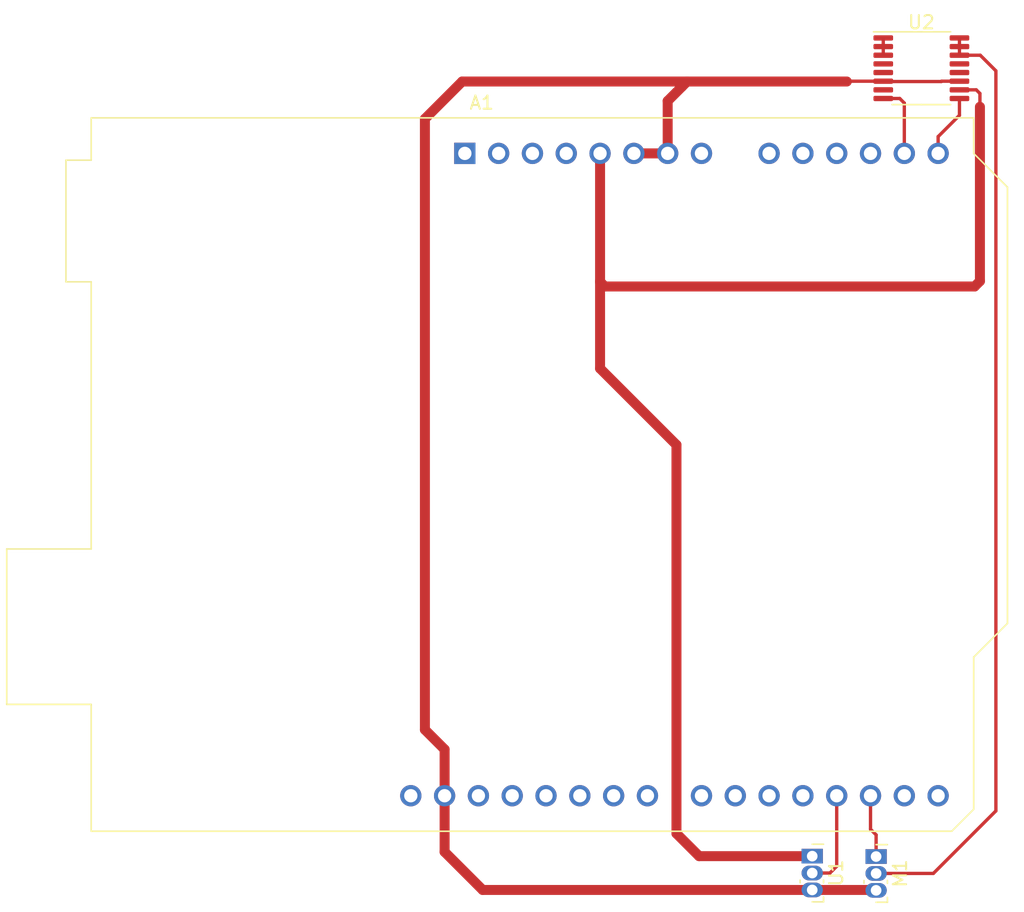
<source format=kicad_pcb>
(kicad_pcb (version 20211014) (generator pcbnew)
  (layers (0 "F.Cu" signal) (31 "B.Cu" signal) (34 "B.Paste" user) (35 "F.Paste" user) (36 "B.SilkS" user "B.Silkscreen") (37 "F.SilkS" user "F.Silkscreen") (38 "B.Mask" user) (39 "F.Mask" user) (44 "Edge.Cuts" user))
  (net 0 "")
  (net 5 "+5V")
  (net 6 "Earth")
  (net 12 "SDA")
  (net 13 "SCL")
  (net 16 "PWM")
  (net 17 "PULSE")
  (net 29 "Net-(M1-Pad2)")
  (net 30 "+7.5V")
  (footprint "Module:Arduino_UNO_R2" (layer "F.Cu") (at 62.8 42.1)
    (fp_text reference "A1" (at 1.27 -3.81) (layer "F.SilkS"))
    (fp_text value "Arduino_UNO_R2")
    (fp_line (start -34.42 29.72) (end -34.42 41.4) (layer "F.SilkS") (width 0.12))
    (fp_line (start -29.97 0.51) (end -29.97 9.65) (layer "F.SilkS") (width 0.12))
    (fp_line (start -34.42 41.4) (end -28.07 41.4) (layer "F.SilkS") (width 0.12))
    (fp_line (start 38.23 37.85) (end 40.77 35.31) (layer "F.SilkS") (width 0.12))
    (fp_line (start -29.97 9.65) (end -28.07 9.65) (layer "F.SilkS") (width 0.12))
    (fp_line (start -28.07 9.65) (end -28.07 29.72) (layer "F.SilkS") (width 0.12))
    (fp_line (start 38.23 0) (end 38.23 -2.67) (layer "F.SilkS") (width 0.12))
    (fp_line (start -28.07 50.93) (end 36.58 50.93) (layer "F.SilkS") (width 0.12))
    (fp_line (start 40.77 2.54) (end 38.23 0) (layer "F.SilkS") (width 0.12))
    (fp_line (start -28.07 41.4) (end -28.07 50.93) (layer "F.SilkS") (width 0.12))
    (fp_line (start -28.07 29.72) (end -34.42 29.72) (layer "F.SilkS") (width 0.12))
    (fp_line (start 40.77 35.31) (end 40.77 2.54) (layer "F.SilkS") (width 0.12))
    (fp_line (start -28.07 0.51) (end -29.97 0.51) (layer "F.SilkS") (width 0.12))
    (fp_line (start 38.23 -2.67) (end -28.07 -2.67) (layer "F.SilkS") (width 0.12))
    (fp_line (start 36.58 50.93) (end 38.23 49.28) (layer "F.SilkS") (width 0.12))
    (fp_line (start -28.07 -2.67) (end -28.07 0.51) (layer "F.SilkS") (width 0.12))
    (fp_line (start 38.23 49.28) (end 38.23 37.85) (layer "F.SilkS") (width 0.12))
    (pad "1" thru_hole rect (at 0 0 90) (size 1.6 1.6) (drill 1) (layers *.Cu *.Mask))
    (pad "2" thru_hole oval (at 2.54 0 90) (size 1.6 1.6) (drill 1) (layers *.Cu *.Mask))
    (pad "3" thru_hole oval (at 5.08 0 90) (size 1.6 1.6) (drill 1) (layers *.Cu *.Mask))
    (pad "4" thru_hole oval (at 7.62 0 90) (size 1.6 1.6) (drill 1) (layers *.Cu *.Mask))
    (pad "5" thru_hole oval (at 10.16 0 90) (size 1.6 1.6) (drill 1) (layers *.Cu *.Mask) (net 5 "+5V"))
    (pad "6" thru_hole oval (at 12.7 0 90) (size 1.6 1.6) (drill 1) (layers *.Cu *.Mask) (net 6 "Earth"))
    (pad "7" thru_hole oval (at 15.24 0 90) (size 1.6 1.6) (drill 1) (layers *.Cu *.Mask) (net 6 "Earth"))
    (pad "8" thru_hole oval (at 17.78 0 90) (size 1.6 1.6) (drill 1) (layers *.Cu *.Mask))
    (pad "9" thru_hole oval (at 22.86 0 90) (size 1.6 1.6) (drill 1) (layers *.Cu *.Mask))
    (pad "10" thru_hole oval (at 25.4 0 90) (size 1.6 1.6) (drill 1) (layers *.Cu *.Mask))
    (pad "11" thru_hole oval (at 27.94 0 90) (size 1.6 1.6) (drill 1) (layers *.Cu *.Mask))
    (pad "12" thru_hole oval (at 30.48 0 90) (size 1.6 1.6) (drill 1) (layers *.Cu *.Mask))
    (pad "13" thru_hole oval (at 33.02 0 90) (size 1.6 1.6) (drill 1) (layers *.Cu *.Mask) (net 12 "SDA"))
    (pad "14" thru_hole oval (at 35.56 0 90) (size 1.6 1.6) (drill 1) (layers *.Cu *.Mask) (net 13 "SCL"))
    (pad "15" thru_hole oval (at 35.56 48.26 90) (size 1.6 1.6) (drill 1) (layers *.Cu *.Mask))
    (pad "16" thru_hole oval (at 33.02 48.26 90) (size 1.6 1.6) (drill 1) (layers *.Cu *.Mask))
    (pad "17" thru_hole oval (at 30.48 48.26 90) (size 1.6 1.6) (drill 1) (layers *.Cu *.Mask) (net 16 "PWM"))
    (pad "18" thru_hole oval (at 27.94 48.26 90) (size 1.6 1.6) (drill 1) (layers *.Cu *.Mask) (net 17 "PULSE"))
    (pad "19" thru_hole oval (at 25.4 48.26 90) (size 1.6 1.6) (drill 1) (layers *.Cu *.Mask))
    (pad "20" thru_hole oval (at 22.86 48.26 90) (size 1.6 1.6) (drill 1) (layers *.Cu *.Mask))
    (pad "21" thru_hole oval (at 20.32 48.26 90) (size 1.6 1.6) (drill 1) (layers *.Cu *.Mask))
    (pad "22" thru_hole oval (at 17.78 48.26 90) (size 1.6 1.6) (drill 1) (layers *.Cu *.Mask))
    (pad "23" thru_hole oval (at 13.72 48.26 90) (size 1.6 1.6) (drill 1) (layers *.Cu *.Mask))
    (pad "24" thru_hole oval (at 11.18 48.26 90) (size 1.6 1.6) (drill 1) (layers *.Cu *.Mask))
    (pad "25" thru_hole oval (at 8.64 48.26 90) (size 1.6 1.6) (drill 1) (layers *.Cu *.Mask))
    (pad "26" thru_hole oval (at 6.1 48.26 90) (size 1.6 1.6) (drill 1) (layers *.Cu *.Mask))
    (pad "27" thru_hole oval (at 3.56 48.26 90) (size 1.6 1.6) (drill 1) (layers *.Cu *.Mask))
    (pad "28" thru_hole oval (at 1.02 48.26 90) (size 1.6 1.6) (drill 1) (layers *.Cu *.Mask))
    (pad "29" thru_hole oval (at -1.52 48.26 90) (size 1.6 1.6) (drill 1) (layers *.Cu *.Mask) (net 6 "Earth"))
    (pad "30" thru_hole oval (at -4.06 48.26 90) (size 1.6 1.6) (drill 1) (layers *.Cu *.Mask))
  )
  (footprint "Package_SO:TSSOP-16_4.4x5mm_P0.65mm" (layer "F.Cu") (at 97.1 35.7)
    (fp_text reference "U2" (at 0 -3.45) (layer "F.SilkS"))
    (fp_text value "INA260")
    (fp_line (start 0 2.735) (end -2.2 2.735) (layer "F.SilkS") (width 0.12))
    (fp_line (start 0 -2.735) (end 2.2 -2.735) (layer "F.SilkS") (width 0.12))
    (fp_line (start 0 -2.735) (end -3.6 -2.735) (layer "F.SilkS") (width 0.12))
    (fp_line (start 0 2.735) (end 2.2 2.735) (layer "F.SilkS") (width 0.12))
    (pad "1" smd roundrect (at -2.8625 -2.275) (size 1.475 0.4) (layers "F.Cu" "F.Paste" "F.Mask") (net 30 "+7.5V"))
    (pad "2" smd roundrect (at -2.8625 -1.625) (size 1.475 0.4) (layers "F.Cu" "F.Paste" "F.Mask") (net 30 "+7.5V"))
    (pad "3" smd roundrect (at -2.8625 -0.975) (size 1.475 0.4) (layers "F.Cu" "F.Paste" "F.Mask") (net 30 "+7.5V"))
    (pad "4" smd roundrect (at -2.8625 -0.325) (size 1.475 0.4) (layers "F.Cu" "F.Paste" "F.Mask"))
    (pad "5" smd roundrect (at -2.8625 0.325) (size 1.475 0.4) (layers "F.Cu" "F.Paste" "F.Mask"))
    (pad "6" smd roundrect (at -2.8625 0.975) (size 1.475 0.4) (layers "F.Cu" "F.Paste" "F.Mask") (net 6 "Earth"))
    (pad "7" smd roundrect (at -2.8625 1.625) (size 1.475 0.4) (layers "F.Cu" "F.Paste" "F.Mask"))
    (pad "8" smd roundrect (at -2.8625 2.275) (size 1.475 0.4) (layers "F.Cu" "F.Paste" "F.Mask") (net 12 "SDA"))
    (pad "9" smd roundrect (at 2.8625 2.275) (size 1.475 0.4) (layers "F.Cu" "F.Paste" "F.Mask") (net 13 "SCL"))
    (pad "10" smd roundrect (at 2.8625 1.625) (size 1.475 0.4) (layers "F.Cu" "F.Paste" "F.Mask") (net 5 "+5V"))
    (pad "11" smd roundrect (at 2.8625 0.975) (size 1.475 0.4) (layers "F.Cu" "F.Paste" "F.Mask") (net 6 "Earth"))
    (pad "12" smd roundrect (at 2.8625 0.325) (size 1.475 0.4) (layers "F.Cu" "F.Paste" "F.Mask"))
    (pad "13" smd roundrect (at 2.8625 -0.325) (size 1.475 0.4) (layers "F.Cu" "F.Paste" "F.Mask"))
    (pad "14" smd roundrect (at 2.8625 -0.975) (size 1.475 0.4) (layers "F.Cu" "F.Paste" "F.Mask") (net 29 "Net-(M1-Pad2)"))
    (pad "15" smd roundrect (at 2.8625 -1.625) (size 1.475 0.4) (layers "F.Cu" "F.Paste" "F.Mask") (net 29 "Net-(M1-Pad2)"))
    (pad "16" smd roundrect (at 2.8625 -2.275) (size 1.475 0.4) (layers "F.Cu" "F.Paste" "F.Mask") (net 29 "Net-(M1-Pad2)"))
  )
  (footprint "Sensor_Current:Allegro_SIP-3" (layer "F.Cu") (at 88.9 94.9 -90)
    (fp_text reference "U1" (at 1.27 -1.8 90) (layer "F.SilkS"))
    (fp_text value "Water_flow_sensor")
    (fp_line (start 2.01 0.91) (end 1.8 0.91) (layer "F.SilkS") (width 0.12))
    (fp_line (start -0.895 0) (end -0.895 -0.85) (layer "F.SilkS") (width 0.12))
    (fp_line (start 3.435 -0.85) (end 3.435 0) (layer "F.SilkS") (width 0.12))
    (fp_line (start 3.435 -0.85) (end 3.07 -0.85) (layer "F.SilkS") (width 0.12))
    (fp_line (start 2.01 -0.85) (end 1.8 -0.85) (layer "F.SilkS") (width 0.12))
    (pad "1" thru_hole rect (at 0 0 270) (size 1.1 1.6) (drill 0.8) (layers *.Cu *.Mask) (net 5 "+5V"))
    (pad "2" thru_hole oval (at 1.27 0 270) (size 1.1 1.6) (drill 0.8) (layers *.Cu *.Mask) (net 17 "PULSE"))
    (pad "3" thru_hole oval (at 2.54 0 270) (size 1.1 1.6) (drill 0.8) (layers *.Cu *.Mask) (net 6 "Earth"))
  )
  (footprint "Sensor_Current:Allegro_SIP-3" (layer "F.Cu") (at 93.7 94.93 -90)
    (fp_text reference "M1" (at 1.27 -1.8 90) (layer "F.SilkS"))
    (fp_text value "Motor_Servo")
    (fp_line (start 2.01 -0.85) (end 1.8 -0.85) (layer "F.SilkS") (width 0.12))
    (fp_line (start 3.435 -0.85) (end 3.435 0) (layer "F.SilkS") (width 0.12))
    (fp_line (start 3.435 -0.85) (end 3.07 -0.85) (layer "F.SilkS") (width 0.12))
    (fp_line (start -0.895 0) (end -0.895 -0.85) (layer "F.SilkS") (width 0.12))
    (fp_line (start 2.01 0.91) (end 1.8 0.91) (layer "F.SilkS") (width 0.12))
    (pad "1" thru_hole rect (at 0 0 270) (size 1.1 1.6) (drill 0.8) (layers *.Cu *.Mask) (net 16 "PWM"))
    (pad "2" thru_hole oval (at 1.27 0 270) (size 1.1 1.6) (drill 0.8) (layers *.Cu *.Mask) (net 29 "Net-(M1-Pad2)"))
    (pad "3" thru_hole oval (at 2.54 0 270) (size 1.1 1.6) (drill 0.8) (layers *.Cu *.Mask) (net 6 "Earth"))
  )
  (segment (start 80.4 94.9) (end 88.9 94.9) (width 0.75) (layer "F.Cu") (net 5))
  (segment (start 101.1 52.1) (end 101.50048 51.69952) (width 0.75) (layer "F.Cu") (net 5))
  (segment (start 101.50048 51.69952) (end 101.50048 38.59952) (width 0.75) (layer "F.Cu") (net 5))
  (segment (start 73.32 52.1) (end 101.1 52.1) (width 0.75) (layer "F.Cu") (net 5))
  (segment (start 78.7 93.2) (end 80.4 94.9) (width 0.75) (layer "F.Cu") (net 5))
  (segment (start 101.50048 37.60048) (end 101.50048 38.59952) (width 0.25) (layer "F.Cu") (net 5))
  (segment (start 101.225 37.325) (end 101.50048 37.60048) (width 0.25) (layer "F.Cu") (net 5))
  (segment (start 72.96 58.26) (end 78.7 64) (width 0.75) (layer "F.Cu") (net 5))
  (segment (start 72.96 42.1) (end 72.96 51.74) (width 0.75) (layer "F.Cu") (net 5))
  (segment (start 72.96 51.74) (end 72.96 58.26) (width 0.75) (layer "F.Cu") (net 5))
  (segment (start 72.96 51.74) (end 73.32 52.1) (width 0.75) (layer "F.Cu") (net 5))
  (segment (start 78.7 64) (end 78.7 93.2) (width 0.75) (layer "F.Cu") (net 5))
  (segment (start 99.9625 37.325) (end 101.225 37.325) (width 0.25) (layer "F.Cu") (net 5))
  (segment (start 93.67 97.44) (end 93.7 97.47) (width 0.75) (layer "F.Cu") (net 6))
  (segment (start 59.8 85.4) (end 59.8 39.5) (width 0.75) (layer "F.Cu") (net 6))
  (segment (start 98.6 36.7) (end 94.2625 36.7) (width 0.25) (layer "F.Cu") (net 6))
  (segment (start 61.28 94.58) (end 64.14 97.44) (width 0.75) (layer "F.Cu") (net 6))
  (segment (start 78.04 42.1) (end 78.04 38.16) (width 0.75) (layer "F.Cu") (net 6))
  (segment (start 94.2375 36.675) (end 91.525 36.675) (width 0.25) (layer "F.Cu") (net 6))
  (segment (start 79.1 37.1) (end 79.5 36.7) (width 0.75) (layer "F.Cu") (net 6))
  (segment (start 59.8 39.5) (end 62.6 36.7) (width 0.75) (layer "F.Cu") (net 6))
  (segment (start 98.625 36.675) (end 98.6 36.7) (width 0.25) (layer "F.Cu") (net 6))
  (segment (start 78.04 38.16) (end 79.1 37.1) (width 0.75) (layer "F.Cu") (net 6))
  (segment (start 64.14 97.44) (end 88.9 97.44) (width 0.75) (layer "F.Cu") (net 6))
  (segment (start 88.9 97.44) (end 93.67 97.44) (width 0.75) (layer "F.Cu") (net 6))
  (segment (start 94.2625 36.7) (end 94.2375 36.675) (width 0.25) (layer "F.Cu") (net 6))
  (segment (start 99.9625 36.675) (end 98.625 36.675) (width 0.25) (layer "F.Cu") (net 6))
  (segment (start 61.28 90.36) (end 61.28 86.88) (width 0.75) (layer "F.Cu") (net 6))
  (segment (start 61.28 86.88) (end 59.8 85.4) (width 0.75) (layer "F.Cu") (net 6))
  (segment (start 79.5 36.7) (end 91.5 36.7) (width 0.75) (layer "F.Cu") (net 6))
  (segment (start 62.6 36.7) (end 79.5 36.7) (width 0.75) (layer "F.Cu") (net 6))
  (segment (start 61.28 90.36) (end 61.28 94.58) (width 0.75) (layer "F.Cu") (net 6))
  (segment (start 75.5 42.1) (end 78.04 42.1) (width 0.75) (layer "F.Cu") (net 6))
  (segment (start 91.525 36.675) (end 91.5 36.7) (width 0.25) (layer "F.Cu") (net 6))
  (segment (start 95.82 42.1) (end 95.82 38.32) (width 0.25) (layer "F.Cu") (net 12))
  (segment (start 95.475 37.975) (end 94.2375 37.975) (width 0.25) (layer "F.Cu") (net 12))
  (segment (start 95.82 38.32) (end 95.475 37.975) (width 0.25) (layer "F.Cu") (net 12))
  (segment (start 99.9625 39.2375) (end 99.9625 37.975) (width 0.25) (layer "F.Cu") (net 13))
  (segment (start 98.36 40.84) (end 99.9625 39.2375) (width 0.25) (layer "F.Cu") (net 13))
  (segment (start 98.36 42.1) (end 98.36 40.84) (width 0.25) (layer "F.Cu") (net 13))
  (segment (start 93.7 93.3) (end 93.28 92.88) (width 0.25) (layer "F.Cu") (net 16))
  (segment (start 93.28 92.88) (end 93.28 90.36) (width 0.25) (layer "F.Cu") (net 16))
  (segment (start 93.7 94.93) (end 93.7 93.3) (width 0.25) (layer "F.Cu") (net 16))
  (segment (start 88.9 96.17) (end 90.23 96.17) (width 0.25) (layer "F.Cu") (net 17))
  (segment (start 90.74 95.66) (end 90.74 90.36) (width 0.25) (layer "F.Cu") (net 17))
  (segment (start 90.23 96.17) (end 90.74 95.66) (width 0.25) (layer "F.Cu") (net 17))
  (segment (start 101.525 34.725) (end 99.9625 34.725) (width 0.25) (layer "F.Cu") (net 29))
  (segment (start 102.7 35.9) (end 101.525 34.725) (width 0.25) (layer "F.Cu") (net 29))
  (segment (start 99.9625 34.075) (end 99.9625 33.425) (width 0.25) (layer "F.Cu") (net 29))
  (segment (start 98 96.2) (end 102.7 91.5) (width 0.25) (layer "F.Cu") (net 29))
  (segment (start 99.9625 34.725) (end 99.9625 34.075) (width 0.25) (layer "F.Cu") (net 29))
  (segment (start 93.7 96.2) (end 98 96.2) (width 0.25) (layer "F.Cu") (net 29))
  (segment (start 102.7 91.5) (end 102.7 35.9) (width 0.25) (layer "F.Cu") (net 29))
  (segment (start 94.2375 34.075) (end 94.2375 33.425) (width 0.25) (layer "F.Cu") (net 30))
  (segment (start 94.2375 34.725) (end 94.2375 34.075) (width 0.25) (layer "F.Cu") (net 30))
)
</source>
